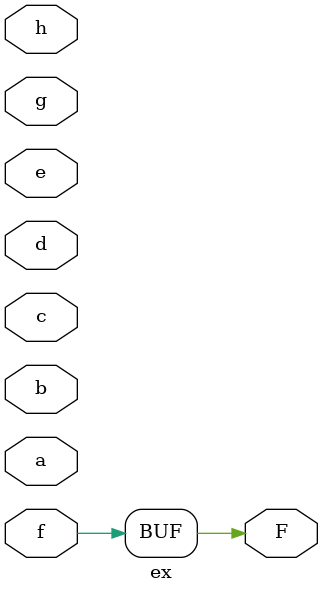
<source format=v>

module ex ( 
    a, b, c, d, e, f, g, h,
    F  );
  input  a, b, c, d, e, f, g, h;
  output F;
  assign F = f;
endmodule



</source>
